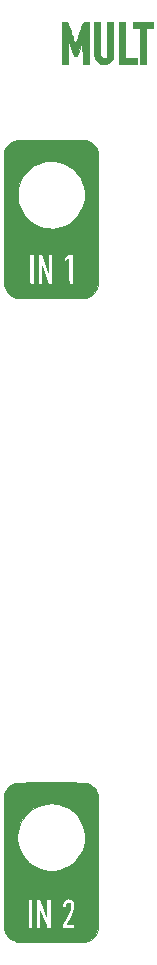
<source format=gbr>
%TF.GenerationSoftware,KiCad,Pcbnew,(5.1.6-0)*%
%TF.CreationDate,2020-10-27T20:15:33-07:00*%
%TF.ProjectId,panel_board,70616e65-6c5f-4626-9f61-72642e6b6963,rev?*%
%TF.SameCoordinates,Original*%
%TF.FileFunction,Legend,Top*%
%TF.FilePolarity,Positive*%
%FSLAX46Y46*%
G04 Gerber Fmt 4.6, Leading zero omitted, Abs format (unit mm)*
G04 Created by KiCad (PCBNEW (5.1.6-0)) date 2020-10-27 20:15:33*
%MOMM*%
%LPD*%
G01*
G04 APERTURE LIST*
%ADD10C,0.010000*%
G04 APERTURE END LIST*
D10*
%TO.C,G\u002A\u002A\u002A*%
G36*
X118134644Y-34788028D02*
G01*
X117549860Y-34788028D01*
X117549860Y-37813654D01*
X117041351Y-37813654D01*
X117041351Y-34789694D01*
X116469279Y-34775316D01*
X116461969Y-34540131D01*
X116454658Y-34304945D01*
X118134644Y-34304945D01*
X118134644Y-34788028D01*
G37*
X118134644Y-34788028D02*
X117549860Y-34788028D01*
X117549860Y-37813654D01*
X117041351Y-37813654D01*
X117041351Y-34789694D01*
X116469279Y-34775316D01*
X116461969Y-34540131D01*
X116454658Y-34304945D01*
X118134644Y-34304945D01*
X118134644Y-34788028D01*
G36*
X115770080Y-37330571D02*
G01*
X116761671Y-37330571D01*
X116761671Y-37813654D01*
X115261571Y-37813654D01*
X115261571Y-34304945D01*
X115770080Y-34304945D01*
X115770080Y-37330571D01*
G37*
X115770080Y-37330571D02*
X116761671Y-37330571D01*
X116761671Y-37813654D01*
X115261571Y-37813654D01*
X115261571Y-34304945D01*
X115770080Y-34304945D01*
X115770080Y-37330571D01*
G36*
X110933626Y-34438429D02*
G01*
X110953792Y-34494878D01*
X110988107Y-34592497D01*
X111034165Y-34724376D01*
X111089560Y-34883605D01*
X111151887Y-35063273D01*
X111218739Y-35256471D01*
X111257446Y-35368547D01*
X111328997Y-35573352D01*
X111393341Y-35752565D01*
X111448880Y-35902032D01*
X111494018Y-36017600D01*
X111527159Y-36095117D01*
X111546706Y-36130430D01*
X111550719Y-36131310D01*
X111563016Y-36100087D01*
X111589782Y-36026458D01*
X111629011Y-35916126D01*
X111678697Y-35774793D01*
X111736833Y-35608162D01*
X111801416Y-35421935D01*
X111862224Y-35245686D01*
X111930892Y-35046365D01*
X111994834Y-34861107D01*
X112052041Y-34695704D01*
X112100506Y-34555948D01*
X112138220Y-34447631D01*
X112163175Y-34376545D01*
X112172966Y-34349440D01*
X112188225Y-34328247D01*
X112220302Y-34314949D01*
X112279107Y-34307824D01*
X112374551Y-34305153D01*
X112429357Y-34304945D01*
X112668178Y-34304945D01*
X112668178Y-37813654D01*
X112159669Y-37813654D01*
X112155657Y-35716056D01*
X111907644Y-36453394D01*
X111659631Y-37190731D01*
X111411949Y-37190731D01*
X111163929Y-36440681D01*
X110915908Y-35690631D01*
X110914866Y-36752143D01*
X110913824Y-37813654D01*
X110405315Y-37813654D01*
X110405315Y-34304945D01*
X110884745Y-34304945D01*
X110933626Y-34438429D01*
G37*
X110933626Y-34438429D02*
X110953792Y-34494878D01*
X110988107Y-34592497D01*
X111034165Y-34724376D01*
X111089560Y-34883605D01*
X111151887Y-35063273D01*
X111218739Y-35256471D01*
X111257446Y-35368547D01*
X111328997Y-35573352D01*
X111393341Y-35752565D01*
X111448880Y-35902032D01*
X111494018Y-36017600D01*
X111527159Y-36095117D01*
X111546706Y-36130430D01*
X111550719Y-36131310D01*
X111563016Y-36100087D01*
X111589782Y-36026458D01*
X111629011Y-35916126D01*
X111678697Y-35774793D01*
X111736833Y-35608162D01*
X111801416Y-35421935D01*
X111862224Y-35245686D01*
X111930892Y-35046365D01*
X111994834Y-34861107D01*
X112052041Y-34695704D01*
X112100506Y-34555948D01*
X112138220Y-34447631D01*
X112163175Y-34376545D01*
X112172966Y-34349440D01*
X112188225Y-34328247D01*
X112220302Y-34314949D01*
X112279107Y-34307824D01*
X112374551Y-34305153D01*
X112429357Y-34304945D01*
X112668178Y-34304945D01*
X112668178Y-37813654D01*
X112159669Y-37813654D01*
X112155657Y-35716056D01*
X111907644Y-36453394D01*
X111659631Y-37190731D01*
X111411949Y-37190731D01*
X111163929Y-36440681D01*
X110915908Y-35690631D01*
X110914866Y-36752143D01*
X110913824Y-37813654D01*
X110405315Y-37813654D01*
X110405315Y-34304945D01*
X110884745Y-34304945D01*
X110933626Y-34438429D01*
G36*
X113660144Y-35709700D02*
G01*
X113660515Y-36033868D01*
X113661485Y-36310325D01*
X113663124Y-36542207D01*
X113665498Y-36732652D01*
X113668677Y-36884795D01*
X113672727Y-37001774D01*
X113677718Y-37086726D01*
X113683717Y-37142787D01*
X113690792Y-37173095D01*
X113691926Y-37175567D01*
X113762988Y-37265786D01*
X113857953Y-37321574D01*
X113964798Y-37342293D01*
X114071504Y-37327310D01*
X114166048Y-37275988D01*
X114227537Y-37203885D01*
X114236737Y-37184529D01*
X114244518Y-37157423D01*
X114250997Y-37118476D01*
X114256290Y-37063599D01*
X114260513Y-36988703D01*
X114263785Y-36889699D01*
X114266221Y-36762496D01*
X114267938Y-36603007D01*
X114269055Y-36407140D01*
X114269686Y-36170807D01*
X114269949Y-35889919D01*
X114269980Y-35718490D01*
X114269980Y-34304945D01*
X114780056Y-34304945D01*
X114772916Y-35785976D01*
X114765775Y-37267007D01*
X114698131Y-37395155D01*
X114621782Y-37510132D01*
X114520544Y-37622142D01*
X114409369Y-37716671D01*
X114303208Y-37779203D01*
X114301997Y-37779712D01*
X114129352Y-37828872D01*
X113940782Y-37843395D01*
X113846921Y-37836599D01*
X113669302Y-37789065D01*
X113504543Y-37696717D01*
X113360167Y-37565312D01*
X113243698Y-37400607D01*
X113221302Y-37357918D01*
X113209199Y-37332664D01*
X113198911Y-37307158D01*
X113190267Y-37277230D01*
X113183098Y-37238708D01*
X113177234Y-37187423D01*
X113172504Y-37119204D01*
X113168739Y-37029880D01*
X113165767Y-36915282D01*
X113163419Y-36771239D01*
X113161524Y-36593580D01*
X113159914Y-36378135D01*
X113158416Y-36120734D01*
X113156862Y-35817206D01*
X113156642Y-35773264D01*
X113149311Y-34304945D01*
X113659769Y-34304945D01*
X113660144Y-35709700D01*
G37*
X113660144Y-35709700D02*
X113660515Y-36033868D01*
X113661485Y-36310325D01*
X113663124Y-36542207D01*
X113665498Y-36732652D01*
X113668677Y-36884795D01*
X113672727Y-37001774D01*
X113677718Y-37086726D01*
X113683717Y-37142787D01*
X113690792Y-37173095D01*
X113691926Y-37175567D01*
X113762988Y-37265786D01*
X113857953Y-37321574D01*
X113964798Y-37342293D01*
X114071504Y-37327310D01*
X114166048Y-37275988D01*
X114227537Y-37203885D01*
X114236737Y-37184529D01*
X114244518Y-37157423D01*
X114250997Y-37118476D01*
X114256290Y-37063599D01*
X114260513Y-36988703D01*
X114263785Y-36889699D01*
X114266221Y-36762496D01*
X114267938Y-36603007D01*
X114269055Y-36407140D01*
X114269686Y-36170807D01*
X114269949Y-35889919D01*
X114269980Y-35718490D01*
X114269980Y-34304945D01*
X114780056Y-34304945D01*
X114772916Y-35785976D01*
X114765775Y-37267007D01*
X114698131Y-37395155D01*
X114621782Y-37510132D01*
X114520544Y-37622142D01*
X114409369Y-37716671D01*
X114303208Y-37779203D01*
X114301997Y-37779712D01*
X114129352Y-37828872D01*
X113940782Y-37843395D01*
X113846921Y-37836599D01*
X113669302Y-37789065D01*
X113504543Y-37696717D01*
X113360167Y-37565312D01*
X113243698Y-37400607D01*
X113221302Y-37357918D01*
X113209199Y-37332664D01*
X113198911Y-37307158D01*
X113190267Y-37277230D01*
X113183098Y-37238708D01*
X113177234Y-37187423D01*
X113172504Y-37119204D01*
X113168739Y-37029880D01*
X113165767Y-36915282D01*
X113163419Y-36771239D01*
X113161524Y-36593580D01*
X113159914Y-36378135D01*
X113158416Y-36120734D01*
X113156862Y-35817206D01*
X113156642Y-35773264D01*
X113149311Y-34304945D01*
X113659769Y-34304945D01*
X113660144Y-35709700D01*
G36*
X109948962Y-44259027D02*
G01*
X110347243Y-44259139D01*
X110700440Y-44259381D01*
X111011435Y-44259800D01*
X111283111Y-44260440D01*
X111518350Y-44261347D01*
X111720037Y-44262567D01*
X111891054Y-44264145D01*
X112034284Y-44266127D01*
X112152609Y-44268558D01*
X112248913Y-44271484D01*
X112326080Y-44274950D01*
X112386991Y-44279002D01*
X112434529Y-44283686D01*
X112471579Y-44289047D01*
X112501022Y-44295131D01*
X112525742Y-44301983D01*
X112541051Y-44307010D01*
X112648607Y-44347846D01*
X112761617Y-44396557D01*
X112807862Y-44418638D01*
X112928417Y-44495954D01*
X113056691Y-44606316D01*
X113179781Y-44736288D01*
X113284782Y-44872435D01*
X113350487Y-44983624D01*
X113367912Y-45018230D01*
X113383992Y-45049298D01*
X113398779Y-45078891D01*
X113412330Y-45109073D01*
X113424697Y-45141904D01*
X113435934Y-45179449D01*
X113446096Y-45223770D01*
X113455237Y-45276930D01*
X113463410Y-45340990D01*
X113470671Y-45418015D01*
X113477072Y-45510066D01*
X113482668Y-45619207D01*
X113487514Y-45747500D01*
X113491662Y-45897007D01*
X113495167Y-46069792D01*
X113498084Y-46267917D01*
X113500466Y-46493444D01*
X113502367Y-46748437D01*
X113503841Y-47034958D01*
X113504943Y-47355070D01*
X113505726Y-47710835D01*
X113506244Y-48104317D01*
X113506552Y-48537577D01*
X113506704Y-49012679D01*
X113506753Y-49531685D01*
X113506754Y-50096658D01*
X113506761Y-50709661D01*
X113506775Y-50947573D01*
X113506726Y-51652183D01*
X113506456Y-52306570D01*
X113505963Y-52911361D01*
X113505244Y-53467185D01*
X113504297Y-53974669D01*
X113503117Y-54434440D01*
X113501702Y-54847125D01*
X113500050Y-55213354D01*
X113498156Y-55533752D01*
X113496018Y-55808948D01*
X113493634Y-56039569D01*
X113490999Y-56226242D01*
X113488111Y-56369596D01*
X113484968Y-56470257D01*
X113481565Y-56528854D01*
X113480041Y-56541167D01*
X113412468Y-56777032D01*
X113300319Y-56998306D01*
X113149248Y-57198313D01*
X112964911Y-57370374D01*
X112752962Y-57507814D01*
X112604614Y-57574835D01*
X112452062Y-57632773D01*
X109566276Y-57635980D01*
X109186329Y-57636307D01*
X108819902Y-57636436D01*
X108470285Y-57636376D01*
X108140767Y-57636136D01*
X107834637Y-57635723D01*
X107555186Y-57635148D01*
X107305702Y-57634417D01*
X107089476Y-57633541D01*
X106909798Y-57632528D01*
X106769956Y-57631385D01*
X106673240Y-57630123D01*
X106622941Y-57628749D01*
X106616927Y-57628246D01*
X106493111Y-57597810D01*
X106354704Y-57549811D01*
X106224236Y-57492919D01*
X106133844Y-57442356D01*
X105942551Y-57288431D01*
X105778052Y-57101614D01*
X105647074Y-56891868D01*
X105556344Y-56669157D01*
X105525384Y-56541167D01*
X105521872Y-56500213D01*
X105518616Y-56417361D01*
X105515614Y-56291992D01*
X105512861Y-56123484D01*
X105510356Y-55911218D01*
X105508094Y-55654573D01*
X105506074Y-55352930D01*
X105504292Y-55005667D01*
X105502744Y-54612165D01*
X105501429Y-54171803D01*
X105500842Y-53907948D01*
X107659369Y-53907948D01*
X107659369Y-55149557D01*
X107659727Y-55396152D01*
X107660753Y-55627185D01*
X107662376Y-55837688D01*
X107664526Y-56022698D01*
X107667132Y-56177247D01*
X107670122Y-56296372D01*
X107673426Y-56375104D01*
X107676972Y-56408480D01*
X107677361Y-56409157D01*
X107710283Y-56417329D01*
X107778691Y-56421065D01*
X107861695Y-56419750D01*
X108028038Y-56412353D01*
X108034634Y-55160151D01*
X108041230Y-53907948D01*
X108371281Y-53907948D01*
X108371281Y-56425065D01*
X108727237Y-56425065D01*
X108729259Y-54912253D01*
X109003963Y-55662303D01*
X109278666Y-56412353D01*
X109447897Y-56419871D01*
X109617127Y-56427389D01*
X109617127Y-54173599D01*
X110608718Y-54173599D01*
X110608718Y-54360092D01*
X110608882Y-54452071D01*
X110614640Y-54505407D01*
X110633896Y-54522213D01*
X110674554Y-54504603D01*
X110744516Y-54454689D01*
X110801719Y-54411708D01*
X110871267Y-54361446D01*
X110924424Y-54326404D01*
X110947916Y-54314755D01*
X110951534Y-54339293D01*
X110954885Y-54409354D01*
X110957881Y-54519611D01*
X110960437Y-54664739D01*
X110962466Y-54839409D01*
X110963883Y-55038296D01*
X110964601Y-55256071D01*
X110964674Y-55352960D01*
X110965101Y-55577991D01*
X110966320Y-55787111D01*
X110968237Y-55974872D01*
X110970761Y-56135821D01*
X110973798Y-56264508D01*
X110977255Y-56355483D01*
X110981040Y-56403294D01*
X110982666Y-56409157D01*
X111015588Y-56417329D01*
X111083996Y-56421065D01*
X111167000Y-56419750D01*
X111333343Y-56412353D01*
X111339939Y-55160151D01*
X111346535Y-53907948D01*
X111155119Y-53907948D01*
X111061980Y-53908960D01*
X110996171Y-53915972D01*
X110941126Y-53934948D01*
X110880281Y-53971852D01*
X110797069Y-54032649D01*
X110786210Y-54040773D01*
X110608718Y-54173599D01*
X109617127Y-54173599D01*
X109617127Y-53907948D01*
X109261928Y-53907948D01*
X109248458Y-55409446D01*
X108714524Y-53908804D01*
X108542903Y-53908376D01*
X108371281Y-53907948D01*
X108041230Y-53907948D01*
X107659369Y-53907948D01*
X105500842Y-53907948D01*
X105500343Y-53683962D01*
X105499483Y-53148020D01*
X105498845Y-52563358D01*
X105498428Y-51929356D01*
X105498228Y-51245393D01*
X105498208Y-50932571D01*
X105498216Y-50312092D01*
X105498251Y-49740386D01*
X105498333Y-49215377D01*
X105498429Y-48899140D01*
X106659286Y-48899140D01*
X106660011Y-49068346D01*
X106662944Y-49198621D01*
X106669219Y-49301876D01*
X106679971Y-49390020D01*
X106696335Y-49474961D01*
X106719445Y-49568610D01*
X106725112Y-49589937D01*
X106848303Y-49957322D01*
X107013344Y-50299749D01*
X107217693Y-50614005D01*
X107458812Y-50896873D01*
X107734159Y-51145139D01*
X108041194Y-51355588D01*
X108181518Y-51433234D01*
X108522422Y-51585316D01*
X108865463Y-51689239D01*
X109216095Y-51745862D01*
X109579776Y-51756041D01*
X109961962Y-51720637D01*
X109985795Y-51717052D01*
X110336099Y-51638099D01*
X110670593Y-51513091D01*
X110985721Y-51345327D01*
X111277923Y-51138105D01*
X111543643Y-50894722D01*
X111779323Y-50618477D01*
X111981404Y-50312668D01*
X112146330Y-49980594D01*
X112270542Y-49625552D01*
X112280313Y-49589937D01*
X112304945Y-49493036D01*
X112322598Y-49407282D01*
X112334406Y-49320763D01*
X112341506Y-49221572D01*
X112345030Y-49097798D01*
X112346115Y-48937532D01*
X112346139Y-48899140D01*
X112345414Y-48729934D01*
X112342481Y-48599658D01*
X112336206Y-48496403D01*
X112325454Y-48408259D01*
X112309090Y-48323318D01*
X112285980Y-48229669D01*
X112280313Y-48208342D01*
X112156875Y-47839851D01*
X111991772Y-47496865D01*
X111787409Y-47182434D01*
X111546192Y-46899611D01*
X111270524Y-46651448D01*
X110962811Y-46440997D01*
X110829390Y-46367071D01*
X110507905Y-46221325D01*
X110187928Y-46120935D01*
X109857098Y-46062892D01*
X109503059Y-46044191D01*
X109502712Y-46044191D01*
X109122655Y-46068492D01*
X108757732Y-46139800D01*
X108411013Y-46255725D01*
X108085565Y-46413876D01*
X107784458Y-46611860D01*
X107510761Y-46847289D01*
X107267542Y-47117769D01*
X107057871Y-47420910D01*
X106884817Y-47754321D01*
X106751448Y-48115611D01*
X106725112Y-48208342D01*
X106700480Y-48305243D01*
X106682827Y-48390997D01*
X106671018Y-48477516D01*
X106663919Y-48576707D01*
X106660395Y-48700481D01*
X106659310Y-48860747D01*
X106659286Y-48899140D01*
X105498429Y-48899140D01*
X105498479Y-48734988D01*
X105498708Y-48297142D01*
X105499039Y-47899761D01*
X105499490Y-47540768D01*
X105500080Y-47218086D01*
X105500826Y-46929639D01*
X105501748Y-46673349D01*
X105502865Y-46447140D01*
X105504193Y-46248933D01*
X105505753Y-46076652D01*
X105507562Y-45928220D01*
X105509638Y-45801560D01*
X105512002Y-45694595D01*
X105514669Y-45605247D01*
X105517661Y-45531440D01*
X105520994Y-45471096D01*
X105524687Y-45422139D01*
X105528759Y-45382492D01*
X105533229Y-45350076D01*
X105538113Y-45322816D01*
X105543433Y-45298634D01*
X105548503Y-45278189D01*
X105637758Y-45025532D01*
X105767548Y-44802797D01*
X105935625Y-44612422D01*
X106139742Y-44456845D01*
X106377650Y-44338504D01*
X106434107Y-44317776D01*
X106604214Y-44258999D01*
X109502712Y-44258999D01*
X109948962Y-44259027D01*
G37*
X109948962Y-44259027D02*
X110347243Y-44259139D01*
X110700440Y-44259381D01*
X111011435Y-44259800D01*
X111283111Y-44260440D01*
X111518350Y-44261347D01*
X111720037Y-44262567D01*
X111891054Y-44264145D01*
X112034284Y-44266127D01*
X112152609Y-44268558D01*
X112248913Y-44271484D01*
X112326080Y-44274950D01*
X112386991Y-44279002D01*
X112434529Y-44283686D01*
X112471579Y-44289047D01*
X112501022Y-44295131D01*
X112525742Y-44301983D01*
X112541051Y-44307010D01*
X112648607Y-44347846D01*
X112761617Y-44396557D01*
X112807862Y-44418638D01*
X112928417Y-44495954D01*
X113056691Y-44606316D01*
X113179781Y-44736288D01*
X113284782Y-44872435D01*
X113350487Y-44983624D01*
X113367912Y-45018230D01*
X113383992Y-45049298D01*
X113398779Y-45078891D01*
X113412330Y-45109073D01*
X113424697Y-45141904D01*
X113435934Y-45179449D01*
X113446096Y-45223770D01*
X113455237Y-45276930D01*
X113463410Y-45340990D01*
X113470671Y-45418015D01*
X113477072Y-45510066D01*
X113482668Y-45619207D01*
X113487514Y-45747500D01*
X113491662Y-45897007D01*
X113495167Y-46069792D01*
X113498084Y-46267917D01*
X113500466Y-46493444D01*
X113502367Y-46748437D01*
X113503841Y-47034958D01*
X113504943Y-47355070D01*
X113505726Y-47710835D01*
X113506244Y-48104317D01*
X113506552Y-48537577D01*
X113506704Y-49012679D01*
X113506753Y-49531685D01*
X113506754Y-50096658D01*
X113506761Y-50709661D01*
X113506775Y-50947573D01*
X113506726Y-51652183D01*
X113506456Y-52306570D01*
X113505963Y-52911361D01*
X113505244Y-53467185D01*
X113504297Y-53974669D01*
X113503117Y-54434440D01*
X113501702Y-54847125D01*
X113500050Y-55213354D01*
X113498156Y-55533752D01*
X113496018Y-55808948D01*
X113493634Y-56039569D01*
X113490999Y-56226242D01*
X113488111Y-56369596D01*
X113484968Y-56470257D01*
X113481565Y-56528854D01*
X113480041Y-56541167D01*
X113412468Y-56777032D01*
X113300319Y-56998306D01*
X113149248Y-57198313D01*
X112964911Y-57370374D01*
X112752962Y-57507814D01*
X112604614Y-57574835D01*
X112452062Y-57632773D01*
X109566276Y-57635980D01*
X109186329Y-57636307D01*
X108819902Y-57636436D01*
X108470285Y-57636376D01*
X108140767Y-57636136D01*
X107834637Y-57635723D01*
X107555186Y-57635148D01*
X107305702Y-57634417D01*
X107089476Y-57633541D01*
X106909798Y-57632528D01*
X106769956Y-57631385D01*
X106673240Y-57630123D01*
X106622941Y-57628749D01*
X106616927Y-57628246D01*
X106493111Y-57597810D01*
X106354704Y-57549811D01*
X106224236Y-57492919D01*
X106133844Y-57442356D01*
X105942551Y-57288431D01*
X105778052Y-57101614D01*
X105647074Y-56891868D01*
X105556344Y-56669157D01*
X105525384Y-56541167D01*
X105521872Y-56500213D01*
X105518616Y-56417361D01*
X105515614Y-56291992D01*
X105512861Y-56123484D01*
X105510356Y-55911218D01*
X105508094Y-55654573D01*
X105506074Y-55352930D01*
X105504292Y-55005667D01*
X105502744Y-54612165D01*
X105501429Y-54171803D01*
X105500842Y-53907948D01*
X107659369Y-53907948D01*
X107659369Y-55149557D01*
X107659727Y-55396152D01*
X107660753Y-55627185D01*
X107662376Y-55837688D01*
X107664526Y-56022698D01*
X107667132Y-56177247D01*
X107670122Y-56296372D01*
X107673426Y-56375104D01*
X107676972Y-56408480D01*
X107677361Y-56409157D01*
X107710283Y-56417329D01*
X107778691Y-56421065D01*
X107861695Y-56419750D01*
X108028038Y-56412353D01*
X108034634Y-55160151D01*
X108041230Y-53907948D01*
X108371281Y-53907948D01*
X108371281Y-56425065D01*
X108727237Y-56425065D01*
X108729259Y-54912253D01*
X109003963Y-55662303D01*
X109278666Y-56412353D01*
X109447897Y-56419871D01*
X109617127Y-56427389D01*
X109617127Y-54173599D01*
X110608718Y-54173599D01*
X110608718Y-54360092D01*
X110608882Y-54452071D01*
X110614640Y-54505407D01*
X110633896Y-54522213D01*
X110674554Y-54504603D01*
X110744516Y-54454689D01*
X110801719Y-54411708D01*
X110871267Y-54361446D01*
X110924424Y-54326404D01*
X110947916Y-54314755D01*
X110951534Y-54339293D01*
X110954885Y-54409354D01*
X110957881Y-54519611D01*
X110960437Y-54664739D01*
X110962466Y-54839409D01*
X110963883Y-55038296D01*
X110964601Y-55256071D01*
X110964674Y-55352960D01*
X110965101Y-55577991D01*
X110966320Y-55787111D01*
X110968237Y-55974872D01*
X110970761Y-56135821D01*
X110973798Y-56264508D01*
X110977255Y-56355483D01*
X110981040Y-56403294D01*
X110982666Y-56409157D01*
X111015588Y-56417329D01*
X111083996Y-56421065D01*
X111167000Y-56419750D01*
X111333343Y-56412353D01*
X111339939Y-55160151D01*
X111346535Y-53907948D01*
X111155119Y-53907948D01*
X111061980Y-53908960D01*
X110996171Y-53915972D01*
X110941126Y-53934948D01*
X110880281Y-53971852D01*
X110797069Y-54032649D01*
X110786210Y-54040773D01*
X110608718Y-54173599D01*
X109617127Y-54173599D01*
X109617127Y-53907948D01*
X109261928Y-53907948D01*
X109248458Y-55409446D01*
X108714524Y-53908804D01*
X108542903Y-53908376D01*
X108371281Y-53907948D01*
X108041230Y-53907948D01*
X107659369Y-53907948D01*
X105500842Y-53907948D01*
X105500343Y-53683962D01*
X105499483Y-53148020D01*
X105498845Y-52563358D01*
X105498428Y-51929356D01*
X105498228Y-51245393D01*
X105498208Y-50932571D01*
X105498216Y-50312092D01*
X105498251Y-49740386D01*
X105498333Y-49215377D01*
X105498429Y-48899140D01*
X106659286Y-48899140D01*
X106660011Y-49068346D01*
X106662944Y-49198621D01*
X106669219Y-49301876D01*
X106679971Y-49390020D01*
X106696335Y-49474961D01*
X106719445Y-49568610D01*
X106725112Y-49589937D01*
X106848303Y-49957322D01*
X107013344Y-50299749D01*
X107217693Y-50614005D01*
X107458812Y-50896873D01*
X107734159Y-51145139D01*
X108041194Y-51355588D01*
X108181518Y-51433234D01*
X108522422Y-51585316D01*
X108865463Y-51689239D01*
X109216095Y-51745862D01*
X109579776Y-51756041D01*
X109961962Y-51720637D01*
X109985795Y-51717052D01*
X110336099Y-51638099D01*
X110670593Y-51513091D01*
X110985721Y-51345327D01*
X111277923Y-51138105D01*
X111543643Y-50894722D01*
X111779323Y-50618477D01*
X111981404Y-50312668D01*
X112146330Y-49980594D01*
X112270542Y-49625552D01*
X112280313Y-49589937D01*
X112304945Y-49493036D01*
X112322598Y-49407282D01*
X112334406Y-49320763D01*
X112341506Y-49221572D01*
X112345030Y-49097798D01*
X112346115Y-48937532D01*
X112346139Y-48899140D01*
X112345414Y-48729934D01*
X112342481Y-48599658D01*
X112336206Y-48496403D01*
X112325454Y-48408259D01*
X112309090Y-48323318D01*
X112285980Y-48229669D01*
X112280313Y-48208342D01*
X112156875Y-47839851D01*
X111991772Y-47496865D01*
X111787409Y-47182434D01*
X111546192Y-46899611D01*
X111270524Y-46651448D01*
X110962811Y-46440997D01*
X110829390Y-46367071D01*
X110507905Y-46221325D01*
X110187928Y-46120935D01*
X109857098Y-46062892D01*
X109503059Y-46044191D01*
X109502712Y-46044191D01*
X109122655Y-46068492D01*
X108757732Y-46139800D01*
X108411013Y-46255725D01*
X108085565Y-46413876D01*
X107784458Y-46611860D01*
X107510761Y-46847289D01*
X107267542Y-47117769D01*
X107057871Y-47420910D01*
X106884817Y-47754321D01*
X106751448Y-48115611D01*
X106725112Y-48208342D01*
X106700480Y-48305243D01*
X106682827Y-48390997D01*
X106671018Y-48477516D01*
X106663919Y-48576707D01*
X106660395Y-48700481D01*
X106659310Y-48860747D01*
X106659286Y-48899140D01*
X105498429Y-48899140D01*
X105498479Y-48734988D01*
X105498708Y-48297142D01*
X105499039Y-47899761D01*
X105499490Y-47540768D01*
X105500080Y-47218086D01*
X105500826Y-46929639D01*
X105501748Y-46673349D01*
X105502865Y-46447140D01*
X105504193Y-46248933D01*
X105505753Y-46076652D01*
X105507562Y-45928220D01*
X105509638Y-45801560D01*
X105512002Y-45694595D01*
X105514669Y-45605247D01*
X105517661Y-45531440D01*
X105520994Y-45471096D01*
X105524687Y-45422139D01*
X105528759Y-45382492D01*
X105533229Y-45350076D01*
X105538113Y-45322816D01*
X105543433Y-45298634D01*
X105548503Y-45278189D01*
X105637758Y-45025532D01*
X105767548Y-44802797D01*
X105935625Y-44612422D01*
X106139742Y-44456845D01*
X106377650Y-44338504D01*
X106434107Y-44317776D01*
X106604214Y-44258999D01*
X109502712Y-44258999D01*
X109948962Y-44259027D01*
G36*
X109949131Y-98656718D02*
G01*
X110347603Y-98656812D01*
X110701033Y-98657027D01*
X111012325Y-98657410D01*
X111284382Y-98658010D01*
X111520109Y-98658874D01*
X111722410Y-98660051D01*
X111894190Y-98661587D01*
X112038352Y-98663531D01*
X112157801Y-98665929D01*
X112255441Y-98668831D01*
X112334176Y-98672284D01*
X112396910Y-98676336D01*
X112446547Y-98681033D01*
X112485992Y-98686425D01*
X112518149Y-98692559D01*
X112545921Y-98699482D01*
X112571988Y-98707173D01*
X112799980Y-98803453D01*
X113004097Y-98941452D01*
X113179482Y-99115727D01*
X113321275Y-99320838D01*
X113424621Y-99551342D01*
X113468801Y-99711852D01*
X113473399Y-99759223D01*
X113477734Y-99854561D01*
X113481806Y-99994990D01*
X113485613Y-100177634D01*
X113489157Y-100399615D01*
X113492436Y-100658060D01*
X113495450Y-100950090D01*
X113498200Y-101272831D01*
X113500684Y-101623405D01*
X113502904Y-101998937D01*
X113504857Y-102396551D01*
X113506545Y-102813371D01*
X113507967Y-103246519D01*
X113509123Y-103693122D01*
X113510012Y-104150301D01*
X113510634Y-104615181D01*
X113510989Y-105084886D01*
X113511077Y-105556539D01*
X113510897Y-106027266D01*
X113510450Y-106494188D01*
X113509735Y-106954431D01*
X113508751Y-107405118D01*
X113507499Y-107843373D01*
X113505978Y-108266320D01*
X113504188Y-108671082D01*
X113502129Y-109054784D01*
X113499801Y-109414550D01*
X113497202Y-109747503D01*
X113494334Y-110050767D01*
X113491196Y-110321466D01*
X113487787Y-110556724D01*
X113484107Y-110753664D01*
X113480156Y-110909411D01*
X113475935Y-111021089D01*
X113471442Y-111085821D01*
X113469769Y-111097024D01*
X113393405Y-111341417D01*
X113275074Y-111563832D01*
X113119685Y-111759020D01*
X112932146Y-111921733D01*
X112717368Y-112046723D01*
X112512284Y-112120664D01*
X112465242Y-112126374D01*
X112371433Y-112131620D01*
X112234854Y-112136402D01*
X112059504Y-112140720D01*
X111849383Y-112144572D01*
X111608488Y-112147960D01*
X111340818Y-112150882D01*
X111050373Y-112153338D01*
X110741150Y-112155328D01*
X110417149Y-112156852D01*
X110082368Y-112157909D01*
X109740807Y-112158499D01*
X109396462Y-112158622D01*
X109053334Y-112158278D01*
X108715422Y-112157465D01*
X108386723Y-112156184D01*
X108071236Y-112154435D01*
X107772961Y-112152217D01*
X107495896Y-112149530D01*
X107244039Y-112146373D01*
X107021390Y-112142746D01*
X106831947Y-112138650D01*
X106679709Y-112134083D01*
X106568674Y-112129045D01*
X106502841Y-112123537D01*
X106489799Y-112121130D01*
X106253507Y-112029610D01*
X106040872Y-111896138D01*
X105856873Y-111726061D01*
X105706492Y-111524724D01*
X105594709Y-111297471D01*
X105535656Y-111097024D01*
X105531065Y-111049774D01*
X105526747Y-110954551D01*
X105522699Y-110814229D01*
X105518923Y-110631686D01*
X105515417Y-110409798D01*
X105512182Y-110151440D01*
X105509217Y-109859488D01*
X105506522Y-109536820D01*
X105504097Y-109186310D01*
X105501942Y-108810836D01*
X105500451Y-108496337D01*
X107532242Y-108496337D01*
X107532242Y-111013454D01*
X107888198Y-111013454D01*
X107888198Y-108496337D01*
X108218728Y-108496337D01*
X108218728Y-111013454D01*
X108573928Y-111013454D01*
X108580662Y-110257047D01*
X108587397Y-109500641D01*
X108851391Y-110225266D01*
X108917871Y-110407702D01*
X108979001Y-110575379D01*
X109032538Y-110722146D01*
X109076234Y-110841851D01*
X109107846Y-110928341D01*
X109125129Y-110975464D01*
X109127435Y-110981672D01*
X109161541Y-111001856D01*
X109243496Y-111012142D01*
X109302029Y-111013454D01*
X109464574Y-111013454D01*
X109464574Y-109060688D01*
X110405315Y-109060688D01*
X110405315Y-109208249D01*
X110761271Y-109208249D01*
X110761271Y-109079966D01*
X110767376Y-108990489D01*
X110790312Y-108929713D01*
X110823679Y-108889275D01*
X110899151Y-108837156D01*
X110973267Y-108835452D01*
X111049521Y-108884202D01*
X111057444Y-108891901D01*
X111090422Y-108928966D01*
X111108978Y-108967383D01*
X111116214Y-109021641D01*
X111115228Y-109106232D01*
X111113193Y-109152511D01*
X111103908Y-109348088D01*
X110754612Y-110011328D01*
X110654568Y-110201522D01*
X110575722Y-110352753D01*
X110515549Y-110471036D01*
X110471526Y-110562385D01*
X110441129Y-110632818D01*
X110421836Y-110688348D01*
X110411122Y-110734992D01*
X110406465Y-110778765D01*
X110405341Y-110825683D01*
X110405315Y-110844010D01*
X110405315Y-111013454D01*
X111473183Y-111013454D01*
X111473183Y-110657498D01*
X111155365Y-110657498D01*
X111034966Y-110656717D01*
X110935493Y-110654585D01*
X110866576Y-110651416D01*
X110837842Y-110647528D01*
X110837547Y-110647078D01*
X110848642Y-110622606D01*
X110879950Y-110558776D01*
X110928510Y-110461492D01*
X110991359Y-110336658D01*
X111065535Y-110190180D01*
X111148074Y-110027960D01*
X111155365Y-110013665D01*
X111473183Y-109390672D01*
X111473183Y-109183592D01*
X111466882Y-109010228D01*
X111445745Y-108875108D01*
X111406419Y-108766940D01*
X111345553Y-108674430D01*
X111310332Y-108634995D01*
X111188023Y-108539143D01*
X111054861Y-108487621D01*
X110917836Y-108477139D01*
X110783938Y-108504411D01*
X110660159Y-108566148D01*
X110553487Y-108659063D01*
X110470914Y-108779866D01*
X110419430Y-108925270D01*
X110405315Y-109060688D01*
X109464574Y-109060688D01*
X109464574Y-108496337D01*
X109109386Y-108496337D01*
X109102646Y-109235013D01*
X109095906Y-109973690D01*
X108831575Y-109235013D01*
X108567245Y-108496337D01*
X108218728Y-108496337D01*
X107888198Y-108496337D01*
X107532242Y-108496337D01*
X105500451Y-108496337D01*
X105500056Y-108413273D01*
X105498439Y-107996497D01*
X105497091Y-107563385D01*
X105496011Y-107116813D01*
X105495200Y-106659656D01*
X105494657Y-106194791D01*
X105494381Y-105725095D01*
X105494374Y-105253442D01*
X105494633Y-104782710D01*
X105495160Y-104315775D01*
X105495954Y-103855512D01*
X105497014Y-103404798D01*
X105497824Y-103137127D01*
X106649174Y-103137127D01*
X106651788Y-103485299D01*
X106696667Y-103831533D01*
X106784165Y-104171605D01*
X106914635Y-104501291D01*
X107088431Y-104816369D01*
X107305907Y-105112615D01*
X107428885Y-105250001D01*
X107625884Y-105441499D01*
X107823113Y-105599640D01*
X108038726Y-105737776D01*
X108231441Y-105840273D01*
X108574597Y-105988102D01*
X108913651Y-106087529D01*
X109255455Y-106139809D01*
X109606859Y-106146199D01*
X109812028Y-106130018D01*
X110128958Y-106076534D01*
X110435159Y-105986054D01*
X110745664Y-105854048D01*
X110773984Y-105840150D01*
X111016610Y-105708401D01*
X111226704Y-105566985D01*
X111422447Y-105402532D01*
X111576540Y-105250001D01*
X111815100Y-104965381D01*
X112009456Y-104660927D01*
X112160287Y-104340707D01*
X112268272Y-104008786D01*
X112334092Y-103669232D01*
X112358426Y-103326112D01*
X112341953Y-102983491D01*
X112285353Y-102645438D01*
X112189305Y-102316018D01*
X112054490Y-101999299D01*
X111881586Y-101699346D01*
X111671274Y-101420228D01*
X111424232Y-101166011D01*
X111141141Y-100940761D01*
X110824478Y-100749480D01*
X110516983Y-100610118D01*
X110207649Y-100513002D01*
X109884728Y-100455331D01*
X109536471Y-100434302D01*
X109502053Y-100434109D01*
X109116642Y-100457049D01*
X108750173Y-100527101D01*
X108401697Y-100644578D01*
X108070263Y-100809793D01*
X107784606Y-101000430D01*
X107501263Y-101243910D01*
X107257709Y-101515017D01*
X107054300Y-101809528D01*
X106891389Y-102123217D01*
X106769328Y-102451862D01*
X106688472Y-102791240D01*
X106649174Y-103137127D01*
X105497824Y-103137127D01*
X105498341Y-102966509D01*
X105499933Y-102543521D01*
X105501792Y-102138710D01*
X105503916Y-101754953D01*
X105506306Y-101395125D01*
X105508961Y-101062102D01*
X105511881Y-100758762D01*
X105515065Y-100487979D01*
X105518514Y-100252630D01*
X105522227Y-100055592D01*
X105526205Y-99899740D01*
X105530445Y-99787950D01*
X105534949Y-99723099D01*
X105536624Y-99711852D01*
X105612435Y-99467788D01*
X105729844Y-99245588D01*
X105883996Y-99050693D01*
X106070030Y-98888545D01*
X106283091Y-98764586D01*
X106433437Y-98707173D01*
X106459729Y-98699419D01*
X106487527Y-98692503D01*
X106519733Y-98686376D01*
X106559253Y-98680990D01*
X106608989Y-98676298D01*
X106671847Y-98672252D01*
X106750730Y-98668804D01*
X106848543Y-98665907D01*
X106968190Y-98663512D01*
X107112575Y-98661572D01*
X107284602Y-98660039D01*
X107487176Y-98658866D01*
X107723200Y-98658004D01*
X107995578Y-98657406D01*
X108307216Y-98657024D01*
X108661017Y-98656810D01*
X109059884Y-98656717D01*
X109502712Y-98656697D01*
X109949131Y-98656718D01*
G37*
X109949131Y-98656718D02*
X110347603Y-98656812D01*
X110701033Y-98657027D01*
X111012325Y-98657410D01*
X111284382Y-98658010D01*
X111520109Y-98658874D01*
X111722410Y-98660051D01*
X111894190Y-98661587D01*
X112038352Y-98663531D01*
X112157801Y-98665929D01*
X112255441Y-98668831D01*
X112334176Y-98672284D01*
X112396910Y-98676336D01*
X112446547Y-98681033D01*
X112485992Y-98686425D01*
X112518149Y-98692559D01*
X112545921Y-98699482D01*
X112571988Y-98707173D01*
X112799980Y-98803453D01*
X113004097Y-98941452D01*
X113179482Y-99115727D01*
X113321275Y-99320838D01*
X113424621Y-99551342D01*
X113468801Y-99711852D01*
X113473399Y-99759223D01*
X113477734Y-99854561D01*
X113481806Y-99994990D01*
X113485613Y-100177634D01*
X113489157Y-100399615D01*
X113492436Y-100658060D01*
X113495450Y-100950090D01*
X113498200Y-101272831D01*
X113500684Y-101623405D01*
X113502904Y-101998937D01*
X113504857Y-102396551D01*
X113506545Y-102813371D01*
X113507967Y-103246519D01*
X113509123Y-103693122D01*
X113510012Y-104150301D01*
X113510634Y-104615181D01*
X113510989Y-105084886D01*
X113511077Y-105556539D01*
X113510897Y-106027266D01*
X113510450Y-106494188D01*
X113509735Y-106954431D01*
X113508751Y-107405118D01*
X113507499Y-107843373D01*
X113505978Y-108266320D01*
X113504188Y-108671082D01*
X113502129Y-109054784D01*
X113499801Y-109414550D01*
X113497202Y-109747503D01*
X113494334Y-110050767D01*
X113491196Y-110321466D01*
X113487787Y-110556724D01*
X113484107Y-110753664D01*
X113480156Y-110909411D01*
X113475935Y-111021089D01*
X113471442Y-111085821D01*
X113469769Y-111097024D01*
X113393405Y-111341417D01*
X113275074Y-111563832D01*
X113119685Y-111759020D01*
X112932146Y-111921733D01*
X112717368Y-112046723D01*
X112512284Y-112120664D01*
X112465242Y-112126374D01*
X112371433Y-112131620D01*
X112234854Y-112136402D01*
X112059504Y-112140720D01*
X111849383Y-112144572D01*
X111608488Y-112147960D01*
X111340818Y-112150882D01*
X111050373Y-112153338D01*
X110741150Y-112155328D01*
X110417149Y-112156852D01*
X110082368Y-112157909D01*
X109740807Y-112158499D01*
X109396462Y-112158622D01*
X109053334Y-112158278D01*
X108715422Y-112157465D01*
X108386723Y-112156184D01*
X108071236Y-112154435D01*
X107772961Y-112152217D01*
X107495896Y-112149530D01*
X107244039Y-112146373D01*
X107021390Y-112142746D01*
X106831947Y-112138650D01*
X106679709Y-112134083D01*
X106568674Y-112129045D01*
X106502841Y-112123537D01*
X106489799Y-112121130D01*
X106253507Y-112029610D01*
X106040872Y-111896138D01*
X105856873Y-111726061D01*
X105706492Y-111524724D01*
X105594709Y-111297471D01*
X105535656Y-111097024D01*
X105531065Y-111049774D01*
X105526747Y-110954551D01*
X105522699Y-110814229D01*
X105518923Y-110631686D01*
X105515417Y-110409798D01*
X105512182Y-110151440D01*
X105509217Y-109859488D01*
X105506522Y-109536820D01*
X105504097Y-109186310D01*
X105501942Y-108810836D01*
X105500451Y-108496337D01*
X107532242Y-108496337D01*
X107532242Y-111013454D01*
X107888198Y-111013454D01*
X107888198Y-108496337D01*
X108218728Y-108496337D01*
X108218728Y-111013454D01*
X108573928Y-111013454D01*
X108580662Y-110257047D01*
X108587397Y-109500641D01*
X108851391Y-110225266D01*
X108917871Y-110407702D01*
X108979001Y-110575379D01*
X109032538Y-110722146D01*
X109076234Y-110841851D01*
X109107846Y-110928341D01*
X109125129Y-110975464D01*
X109127435Y-110981672D01*
X109161541Y-111001856D01*
X109243496Y-111012142D01*
X109302029Y-111013454D01*
X109464574Y-111013454D01*
X109464574Y-109060688D01*
X110405315Y-109060688D01*
X110405315Y-109208249D01*
X110761271Y-109208249D01*
X110761271Y-109079966D01*
X110767376Y-108990489D01*
X110790312Y-108929713D01*
X110823679Y-108889275D01*
X110899151Y-108837156D01*
X110973267Y-108835452D01*
X111049521Y-108884202D01*
X111057444Y-108891901D01*
X111090422Y-108928966D01*
X111108978Y-108967383D01*
X111116214Y-109021641D01*
X111115228Y-109106232D01*
X111113193Y-109152511D01*
X111103908Y-109348088D01*
X110754612Y-110011328D01*
X110654568Y-110201522D01*
X110575722Y-110352753D01*
X110515549Y-110471036D01*
X110471526Y-110562385D01*
X110441129Y-110632818D01*
X110421836Y-110688348D01*
X110411122Y-110734992D01*
X110406465Y-110778765D01*
X110405341Y-110825683D01*
X110405315Y-110844010D01*
X110405315Y-111013454D01*
X111473183Y-111013454D01*
X111473183Y-110657498D01*
X111155365Y-110657498D01*
X111034966Y-110656717D01*
X110935493Y-110654585D01*
X110866576Y-110651416D01*
X110837842Y-110647528D01*
X110837547Y-110647078D01*
X110848642Y-110622606D01*
X110879950Y-110558776D01*
X110928510Y-110461492D01*
X110991359Y-110336658D01*
X111065535Y-110190180D01*
X111148074Y-110027960D01*
X111155365Y-110013665D01*
X111473183Y-109390672D01*
X111473183Y-109183592D01*
X111466882Y-109010228D01*
X111445745Y-108875108D01*
X111406419Y-108766940D01*
X111345553Y-108674430D01*
X111310332Y-108634995D01*
X111188023Y-108539143D01*
X111054861Y-108487621D01*
X110917836Y-108477139D01*
X110783938Y-108504411D01*
X110660159Y-108566148D01*
X110553487Y-108659063D01*
X110470914Y-108779866D01*
X110419430Y-108925270D01*
X110405315Y-109060688D01*
X109464574Y-109060688D01*
X109464574Y-108496337D01*
X109109386Y-108496337D01*
X109102646Y-109235013D01*
X109095906Y-109973690D01*
X108831575Y-109235013D01*
X108567245Y-108496337D01*
X108218728Y-108496337D01*
X107888198Y-108496337D01*
X107532242Y-108496337D01*
X105500451Y-108496337D01*
X105500056Y-108413273D01*
X105498439Y-107996497D01*
X105497091Y-107563385D01*
X105496011Y-107116813D01*
X105495200Y-106659656D01*
X105494657Y-106194791D01*
X105494381Y-105725095D01*
X105494374Y-105253442D01*
X105494633Y-104782710D01*
X105495160Y-104315775D01*
X105495954Y-103855512D01*
X105497014Y-103404798D01*
X105497824Y-103137127D01*
X106649174Y-103137127D01*
X106651788Y-103485299D01*
X106696667Y-103831533D01*
X106784165Y-104171605D01*
X106914635Y-104501291D01*
X107088431Y-104816369D01*
X107305907Y-105112615D01*
X107428885Y-105250001D01*
X107625884Y-105441499D01*
X107823113Y-105599640D01*
X108038726Y-105737776D01*
X108231441Y-105840273D01*
X108574597Y-105988102D01*
X108913651Y-106087529D01*
X109255455Y-106139809D01*
X109606859Y-106146199D01*
X109812028Y-106130018D01*
X110128958Y-106076534D01*
X110435159Y-105986054D01*
X110745664Y-105854048D01*
X110773984Y-105840150D01*
X111016610Y-105708401D01*
X111226704Y-105566985D01*
X111422447Y-105402532D01*
X111576540Y-105250001D01*
X111815100Y-104965381D01*
X112009456Y-104660927D01*
X112160287Y-104340707D01*
X112268272Y-104008786D01*
X112334092Y-103669232D01*
X112358426Y-103326112D01*
X112341953Y-102983491D01*
X112285353Y-102645438D01*
X112189305Y-102316018D01*
X112054490Y-101999299D01*
X111881586Y-101699346D01*
X111671274Y-101420228D01*
X111424232Y-101166011D01*
X111141141Y-100940761D01*
X110824478Y-100749480D01*
X110516983Y-100610118D01*
X110207649Y-100513002D01*
X109884728Y-100455331D01*
X109536471Y-100434302D01*
X109502053Y-100434109D01*
X109116642Y-100457049D01*
X108750173Y-100527101D01*
X108401697Y-100644578D01*
X108070263Y-100809793D01*
X107784606Y-101000430D01*
X107501263Y-101243910D01*
X107257709Y-101515017D01*
X107054300Y-101809528D01*
X106891389Y-102123217D01*
X106769328Y-102451862D01*
X106688472Y-102791240D01*
X106649174Y-103137127D01*
X105497824Y-103137127D01*
X105498341Y-102966509D01*
X105499933Y-102543521D01*
X105501792Y-102138710D01*
X105503916Y-101754953D01*
X105506306Y-101395125D01*
X105508961Y-101062102D01*
X105511881Y-100758762D01*
X105515065Y-100487979D01*
X105518514Y-100252630D01*
X105522227Y-100055592D01*
X105526205Y-99899740D01*
X105530445Y-99787950D01*
X105534949Y-99723099D01*
X105536624Y-99711852D01*
X105612435Y-99467788D01*
X105729844Y-99245588D01*
X105883996Y-99050693D01*
X106070030Y-98888545D01*
X106283091Y-98764586D01*
X106433437Y-98707173D01*
X106459729Y-98699419D01*
X106487527Y-98692503D01*
X106519733Y-98686376D01*
X106559253Y-98680990D01*
X106608989Y-98676298D01*
X106671847Y-98672252D01*
X106750730Y-98668804D01*
X106848543Y-98665907D01*
X106968190Y-98663512D01*
X107112575Y-98661572D01*
X107284602Y-98660039D01*
X107487176Y-98658866D01*
X107723200Y-98658004D01*
X107995578Y-98657406D01*
X108307216Y-98657024D01*
X108661017Y-98656810D01*
X109059884Y-98656717D01*
X109502712Y-98656697D01*
X109949131Y-98656718D01*
%TD*%
M02*

</source>
